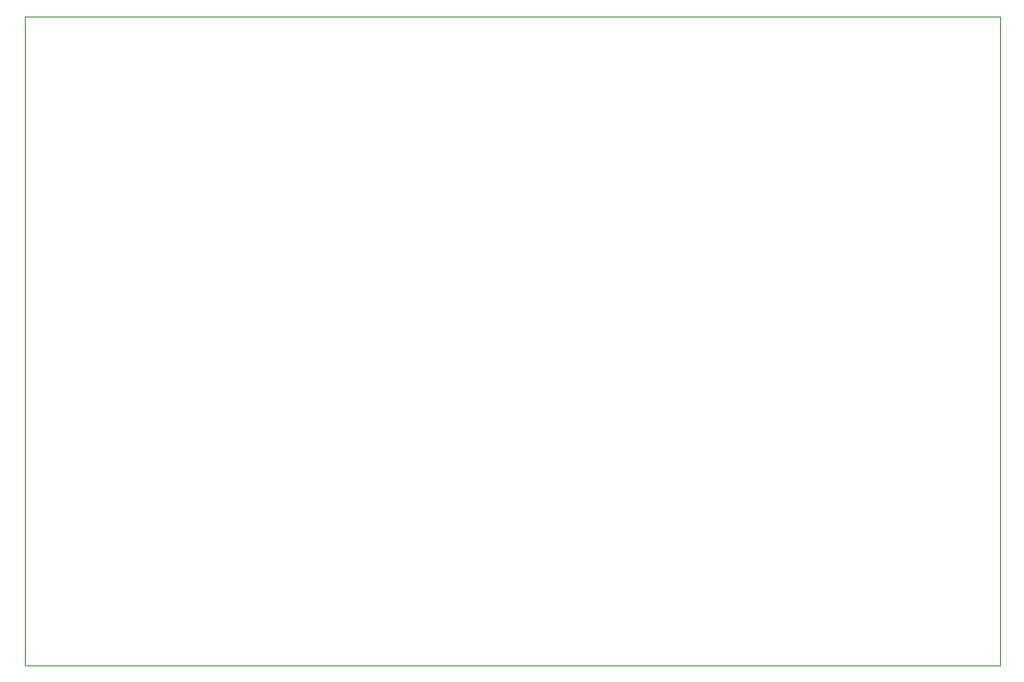
<source format=gbr>
G04 #@! TF.GenerationSoftware,KiCad,Pcbnew,(5.1.2)-2*
G04 #@! TF.CreationDate,2020-04-22T12:52:17+07:00*
G04 #@! TF.ProjectId,power_vedal,706f7765-725f-4766-9564-616c2e6b6963,rev?*
G04 #@! TF.SameCoordinates,Original*
G04 #@! TF.FileFunction,Profile,NP*
%FSLAX46Y46*%
G04 Gerber Fmt 4.6, Leading zero omitted, Abs format (unit mm)*
G04 Created by KiCad (PCBNEW (5.1.2)-2) date 2020-04-22 12:52:17*
%MOMM*%
%LPD*%
G04 APERTURE LIST*
%ADD10C,0.050000*%
G04 APERTURE END LIST*
D10*
X156464000Y-93980000D02*
X143764000Y-93980000D01*
X156464000Y-93726000D02*
X156464000Y-93980000D01*
X156464000Y-34290000D02*
X156464000Y-93726000D01*
X143764000Y-34290000D02*
X156464000Y-34290000D01*
X66802000Y-34290000D02*
X66802000Y-35306000D01*
X143764000Y-34290000D02*
X66802000Y-34290000D01*
X66802000Y-93980000D02*
X143764000Y-93980000D01*
X66802000Y-35306000D02*
X66802000Y-93980000D01*
M02*

</source>
